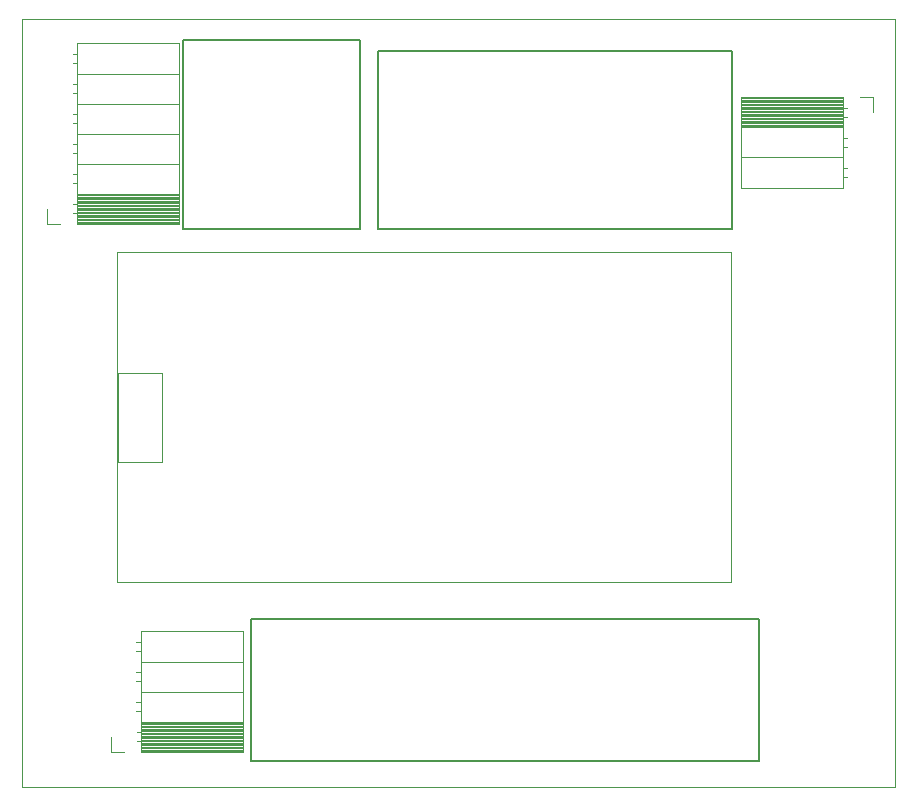
<source format=gbr>
%TF.GenerationSoftware,KiCad,Pcbnew,7.0.6*%
%TF.CreationDate,2023-10-01T11:41:10+05:30*%
%TF.ProjectId,Wm PCB,576d2050-4342-42e6-9b69-6361645f7063,rev?*%
%TF.SameCoordinates,Original*%
%TF.FileFunction,Legend,Top*%
%TF.FilePolarity,Positive*%
%FSLAX46Y46*%
G04 Gerber Fmt 4.6, Leading zero omitted, Abs format (unit mm)*
G04 Created by KiCad (PCBNEW 7.0.6) date 2023-10-01 11:41:10*
%MOMM*%
%LPD*%
G01*
G04 APERTURE LIST*
%ADD10C,0.150000*%
%ADD11C,0.200000*%
%ADD12C,0.120000*%
%TA.AperFunction,Profile*%
%ADD13C,0.100000*%
%TD*%
G04 APERTURE END LIST*
D10*
X139100000Y-86700000D02*
X124100000Y-86700000D01*
X124100000Y-70700000D01*
X139100000Y-70700000D01*
X139100000Y-86700000D01*
X172878611Y-131774178D02*
X129878611Y-131774178D01*
X129878611Y-119774178D01*
X172878612Y-119774178D01*
X172878611Y-131774178D01*
D11*
X170600000Y-86700000D02*
X140599999Y-86699999D01*
X140600000Y-71700001D01*
X170599999Y-71700000D01*
X170600000Y-86700000D01*
D12*
%TO.C,uC1*%
X118533000Y-116670000D02*
X170533000Y-116670000D01*
X170533000Y-116670000D02*
X170533000Y-88670000D01*
X170533000Y-88670000D02*
X118533000Y-88670000D01*
X118533000Y-88670000D02*
X118533000Y-116670000D01*
X118603000Y-106431500D02*
X122343000Y-106431500D01*
X122343000Y-106431500D02*
X122343000Y-98968500D01*
X122343000Y-98968500D02*
X118603000Y-98968500D01*
X118603000Y-98968500D02*
X118603000Y-106431500D01*
%TO.C,oled1*%
X129168613Y-131054177D02*
X129168613Y-120774177D01*
X129168613Y-131054177D02*
X120538613Y-131054177D01*
X129168613Y-130934177D02*
X120538613Y-130934177D01*
X129168613Y-130816082D02*
X120538613Y-130816082D01*
X129168613Y-130697987D02*
X120538613Y-130697987D01*
X129168613Y-130579892D02*
X120538613Y-130579892D01*
X129168613Y-130461797D02*
X120538613Y-130461797D01*
X129168613Y-130343702D02*
X120538613Y-130343702D01*
X129168613Y-130225607D02*
X120538613Y-130225607D01*
X129168613Y-130107512D02*
X120538613Y-130107512D01*
X129168613Y-129989417D02*
X120538613Y-129989417D01*
X129168613Y-129871322D02*
X120538613Y-129871322D01*
X129168613Y-129753227D02*
X120538613Y-129753227D01*
X129168613Y-129635132D02*
X120538613Y-129635132D01*
X129168613Y-129517037D02*
X120538613Y-129517037D01*
X129168613Y-129398942D02*
X120538613Y-129398942D01*
X129168613Y-129280847D02*
X120538613Y-129280847D01*
X129168613Y-129162752D02*
X120538613Y-129162752D01*
X129168613Y-129044657D02*
X120538613Y-129044657D01*
X129168613Y-128926562D02*
X120538613Y-128926562D01*
X129168613Y-128808467D02*
X120538613Y-128808467D01*
X129168613Y-128690372D02*
X120538613Y-128690372D01*
X129168613Y-128572277D02*
X120538613Y-128572277D01*
X129168613Y-128454177D02*
X120538613Y-128454177D01*
X129168613Y-125914177D02*
X120538613Y-125914177D01*
X129168613Y-123374177D02*
X120538613Y-123374177D01*
X129168613Y-120774177D02*
X120538613Y-120774177D01*
X120538613Y-131054177D02*
X120538613Y-120774177D01*
X120538613Y-130084177D02*
X120188613Y-130084177D01*
X120538613Y-129364177D02*
X120188613Y-129364177D01*
X120538613Y-127544177D02*
X120128613Y-127544177D01*
X120538613Y-126824177D02*
X120128613Y-126824177D01*
X120538613Y-125004177D02*
X120128613Y-125004177D01*
X120538613Y-124284177D02*
X120128613Y-124284177D01*
X120538613Y-122464177D02*
X120128613Y-122464177D01*
X120538613Y-121744177D02*
X120128613Y-121744177D01*
X119078613Y-131054177D02*
X117968613Y-131054177D01*
X117968613Y-131054177D02*
X117968613Y-129724177D01*
%TO.C,dht11*%
X171310000Y-75545001D02*
X171310000Y-83285001D01*
X171310000Y-75545001D02*
X179940000Y-75545001D01*
X171310000Y-75665001D02*
X179940000Y-75665001D01*
X171310000Y-75783096D02*
X179940000Y-75783096D01*
X171310000Y-75901191D02*
X179940000Y-75901191D01*
X171310000Y-76019286D02*
X179940000Y-76019286D01*
X171310000Y-76137381D02*
X179940000Y-76137381D01*
X171310000Y-76255476D02*
X179940000Y-76255476D01*
X171310000Y-76373571D02*
X179940000Y-76373571D01*
X171310000Y-76491666D02*
X179940000Y-76491666D01*
X171310000Y-76609761D02*
X179940000Y-76609761D01*
X171310000Y-76727856D02*
X179940000Y-76727856D01*
X171310000Y-76845951D02*
X179940000Y-76845951D01*
X171310000Y-76964046D02*
X179940000Y-76964046D01*
X171310000Y-77082141D02*
X179940000Y-77082141D01*
X171310000Y-77200236D02*
X179940000Y-77200236D01*
X171310000Y-77318331D02*
X179940000Y-77318331D01*
X171310000Y-77436426D02*
X179940000Y-77436426D01*
X171310000Y-77554521D02*
X179940000Y-77554521D01*
X171310000Y-77672616D02*
X179940000Y-77672616D01*
X171310000Y-77790711D02*
X179940000Y-77790711D01*
X171310000Y-77908806D02*
X179940000Y-77908806D01*
X171310000Y-78026901D02*
X179940000Y-78026901D01*
X171310000Y-78145001D02*
X179940000Y-78145001D01*
X171310000Y-80685001D02*
X179940000Y-80685001D01*
X171310000Y-83285001D02*
X179940000Y-83285001D01*
X179940000Y-75545001D02*
X179940000Y-83285001D01*
X179940000Y-76515001D02*
X180290000Y-76515001D01*
X179940000Y-77235001D02*
X180290000Y-77235001D01*
X179940000Y-79055001D02*
X180350000Y-79055001D01*
X179940000Y-79775001D02*
X180350000Y-79775001D01*
X179940000Y-81595001D02*
X180350000Y-81595001D01*
X179940000Y-82315001D02*
X180350000Y-82315001D01*
X181400000Y-75545001D02*
X182510000Y-75545001D01*
X182510000Y-75545001D02*
X182510000Y-76875001D01*
%TO.C,bmp1*%
X123790001Y-86355000D02*
X123790001Y-70995000D01*
X123790001Y-86355000D02*
X115160001Y-86355000D01*
X123790001Y-86235000D02*
X115160001Y-86235000D01*
X123790001Y-86116905D02*
X115160001Y-86116905D01*
X123790001Y-85998810D02*
X115160001Y-85998810D01*
X123790001Y-85880715D02*
X115160001Y-85880715D01*
X123790001Y-85762620D02*
X115160001Y-85762620D01*
X123790001Y-85644525D02*
X115160001Y-85644525D01*
X123790001Y-85526430D02*
X115160001Y-85526430D01*
X123790001Y-85408335D02*
X115160001Y-85408335D01*
X123790001Y-85290240D02*
X115160001Y-85290240D01*
X123790001Y-85172145D02*
X115160001Y-85172145D01*
X123790001Y-85054050D02*
X115160001Y-85054050D01*
X123790001Y-84935955D02*
X115160001Y-84935955D01*
X123790001Y-84817860D02*
X115160001Y-84817860D01*
X123790001Y-84699765D02*
X115160001Y-84699765D01*
X123790001Y-84581670D02*
X115160001Y-84581670D01*
X123790001Y-84463575D02*
X115160001Y-84463575D01*
X123790001Y-84345480D02*
X115160001Y-84345480D01*
X123790001Y-84227385D02*
X115160001Y-84227385D01*
X123790001Y-84109290D02*
X115160001Y-84109290D01*
X123790001Y-83991195D02*
X115160001Y-83991195D01*
X123790001Y-83873100D02*
X115160001Y-83873100D01*
X123790001Y-83755000D02*
X115160001Y-83755000D01*
X123790001Y-81215000D02*
X115160001Y-81215000D01*
X123790001Y-78675000D02*
X115160001Y-78675000D01*
X123790001Y-76135000D02*
X115160001Y-76135000D01*
X123790001Y-73595000D02*
X115160001Y-73595000D01*
X123790001Y-70995000D02*
X115160001Y-70995000D01*
X115160001Y-86355000D02*
X115160001Y-70995000D01*
X115160001Y-85385000D02*
X114810001Y-85385000D01*
X115160001Y-84665000D02*
X114810001Y-84665000D01*
X115160001Y-82845000D02*
X114750001Y-82845000D01*
X115160001Y-82125000D02*
X114750001Y-82125000D01*
X115160001Y-80305000D02*
X114750001Y-80305000D01*
X115160001Y-79585000D02*
X114750001Y-79585000D01*
X115160001Y-77765000D02*
X114750001Y-77765000D01*
X115160001Y-77045000D02*
X114750001Y-77045000D01*
X115160001Y-75225000D02*
X114750001Y-75225000D01*
X115160001Y-74505000D02*
X114750001Y-74505000D01*
X115160001Y-72685000D02*
X114750001Y-72685000D01*
X115160001Y-71965000D02*
X114750001Y-71965000D01*
X113700001Y-86355000D02*
X112590001Y-86355000D01*
X112590001Y-86355000D02*
X112590001Y-85025000D01*
%TD*%
D13*
X184400000Y-134000000D02*
X110500000Y-134000000D01*
X110500000Y-69000000D01*
X184400000Y-69000000D01*
X184400000Y-134000000D01*
M02*

</source>
